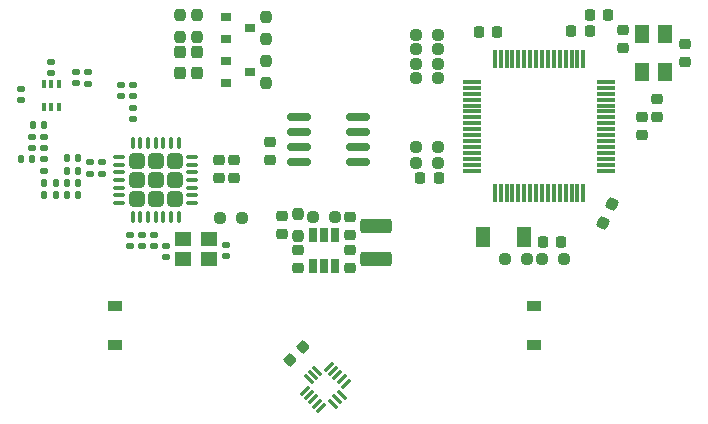
<source format=gtp>
G04 #@! TF.GenerationSoftware,KiCad,Pcbnew,(6.0.0)*
G04 #@! TF.CreationDate,2022-01-15T05:03:17-05:00*
G04 #@! TF.ProjectId,spin-tgd-control,7370696e-2d74-4676-942d-636f6e74726f,rev?*
G04 #@! TF.SameCoordinates,Original*
G04 #@! TF.FileFunction,Paste,Top*
G04 #@! TF.FilePolarity,Positive*
%FSLAX46Y46*%
G04 Gerber Fmt 4.6, Leading zero omitted, Abs format (unit mm)*
G04 Created by KiCad (PCBNEW (6.0.0)) date 2022-01-15 05:03:17*
%MOMM*%
%LPD*%
G01*
G04 APERTURE LIST*
G04 Aperture macros list*
%AMRoundRect*
0 Rectangle with rounded corners*
0 $1 Rounding radius*
0 $2 $3 $4 $5 $6 $7 $8 $9 X,Y pos of 4 corners*
0 Add a 4 corners polygon primitive as box body*
4,1,4,$2,$3,$4,$5,$6,$7,$8,$9,$2,$3,0*
0 Add four circle primitives for the rounded corners*
1,1,$1+$1,$2,$3*
1,1,$1+$1,$4,$5*
1,1,$1+$1,$6,$7*
1,1,$1+$1,$8,$9*
0 Add four rect primitives between the rounded corners*
20,1,$1+$1,$2,$3,$4,$5,0*
20,1,$1+$1,$4,$5,$6,$7,0*
20,1,$1+$1,$6,$7,$8,$9,0*
20,1,$1+$1,$8,$9,$2,$3,0*%
%AMRotRect*
0 Rectangle, with rotation*
0 The origin of the aperture is its center*
0 $1 length*
0 $2 width*
0 $3 Rotation angle, in degrees counterclockwise*
0 Add horizontal line*
21,1,$1,$2,0,0,$3*%
G04 Aperture macros list end*
%ADD10RoundRect,0.225000X-0.225000X-0.250000X0.225000X-0.250000X0.225000X0.250000X-0.225000X0.250000X0*%
%ADD11RoundRect,0.225000X0.250000X-0.225000X0.250000X0.225000X-0.250000X0.225000X-0.250000X-0.225000X0*%
%ADD12RoundRect,0.225000X-0.250000X0.225000X-0.250000X-0.225000X0.250000X-0.225000X0.250000X0.225000X0*%
%ADD13RoundRect,0.140000X0.170000X-0.140000X0.170000X0.140000X-0.170000X0.140000X-0.170000X-0.140000X0*%
%ADD14RoundRect,0.140000X-0.170000X0.140000X-0.170000X-0.140000X0.170000X-0.140000X0.170000X0.140000X0*%
%ADD15RoundRect,0.250000X1.075000X-0.375000X1.075000X0.375000X-1.075000X0.375000X-1.075000X-0.375000X0*%
%ADD16R,0.900000X0.800000*%
%ADD17RoundRect,0.237500X0.250000X0.237500X-0.250000X0.237500X-0.250000X-0.237500X0.250000X-0.237500X0*%
%ADD18RoundRect,0.237500X-0.237500X0.250000X-0.237500X-0.250000X0.237500X-0.250000X0.237500X0.250000X0*%
%ADD19R,0.650000X1.220000*%
%ADD20RotRect,1.000000X0.300000X45.000000*%
%ADD21RotRect,0.300000X1.000000X45.000000*%
%ADD22RoundRect,0.249999X0.395001X-0.395001X0.395001X0.395001X-0.395001X0.395001X-0.395001X-0.395001X0*%
%ADD23RoundRect,0.075000X0.075000X-0.425000X0.075000X0.425000X-0.075000X0.425000X-0.075000X-0.425000X0*%
%ADD24RoundRect,0.075000X0.425000X-0.075000X0.425000X0.075000X-0.425000X0.075000X-0.425000X-0.075000X0*%
%ADD25R,1.400000X1.200000*%
%ADD26RoundRect,0.237500X-0.098116X0.330574X-0.325112X-0.114929X0.098116X-0.330574X0.325112X0.114929X0*%
%ADD27R,1.300000X1.600000*%
%ADD28RoundRect,0.140000X0.140000X0.170000X-0.140000X0.170000X-0.140000X-0.170000X0.140000X-0.170000X0*%
%ADD29R,1.200000X0.900000*%
%ADD30RoundRect,0.150000X-0.825000X-0.150000X0.825000X-0.150000X0.825000X0.150000X-0.825000X0.150000X0*%
%ADD31RoundRect,0.147500X0.172500X-0.147500X0.172500X0.147500X-0.172500X0.147500X-0.172500X-0.147500X0*%
%ADD32RoundRect,0.135000X0.185000X-0.135000X0.185000X0.135000X-0.185000X0.135000X-0.185000X-0.135000X0*%
%ADD33RoundRect,0.225000X0.225000X0.250000X-0.225000X0.250000X-0.225000X-0.250000X0.225000X-0.250000X0*%
%ADD34R,1.300000X1.700000*%
%ADD35RoundRect,0.147500X-0.147500X-0.172500X0.147500X-0.172500X0.147500X0.172500X-0.147500X0.172500X0*%
%ADD36RoundRect,0.237500X-0.250000X-0.237500X0.250000X-0.237500X0.250000X0.237500X-0.250000X0.237500X0*%
%ADD37RoundRect,0.237500X0.237500X-0.287500X0.237500X0.287500X-0.237500X0.287500X-0.237500X-0.287500X0*%
%ADD38RoundRect,0.147500X0.147500X0.172500X-0.147500X0.172500X-0.147500X-0.172500X0.147500X-0.172500X0*%
%ADD39RoundRect,0.075000X0.700000X0.075000X-0.700000X0.075000X-0.700000X-0.075000X0.700000X-0.075000X0*%
%ADD40RoundRect,0.075000X0.075000X0.700000X-0.075000X0.700000X-0.075000X-0.700000X0.075000X-0.700000X0*%
%ADD41R,0.400000X0.650000*%
%ADD42RoundRect,0.225000X0.017678X-0.335876X0.335876X-0.017678X-0.017678X0.335876X-0.335876X0.017678X0*%
G04 APERTURE END LIST*
D10*
X18412500Y-22900000D03*
X19962500Y-22900000D03*
D11*
X-2300000Y-25135000D03*
X-2300000Y-23585000D03*
D12*
X2100000Y-23585000D03*
X2100000Y-25135000D03*
D11*
X-3662500Y-22222500D03*
X-3662500Y-20672500D03*
D12*
X2100000Y-20785000D03*
X2100000Y-22335000D03*
D13*
X-8400000Y-24080000D03*
X-8400000Y-23120000D03*
X-13500000Y-24180000D03*
X-13500000Y-23220000D03*
D14*
X-14489500Y-22320000D03*
X-14489500Y-23280000D03*
X-15500000Y-22320000D03*
X-15500000Y-23280000D03*
X-16500000Y-22320000D03*
X-16500000Y-23280000D03*
D13*
X-18900000Y-17130000D03*
X-18900000Y-16170000D03*
X-19900000Y-17120000D03*
X-19900000Y-16160000D03*
D15*
X4306500Y-24356000D03*
X4306500Y-21556000D03*
D16*
X-8400000Y-3850000D03*
X-8400000Y-5750000D03*
X-6400000Y-4800000D03*
X-8400000Y-7550000D03*
X-8400000Y-9450000D03*
X-6400000Y-8500000D03*
D17*
X20212500Y-24300000D03*
X18387500Y-24300000D03*
X17062500Y-24300000D03*
X15237500Y-24300000D03*
X9512500Y-7800000D03*
X7687500Y-7800000D03*
X9512500Y-5400000D03*
X7687500Y-5400000D03*
D18*
X-5000000Y-3887500D03*
X-5000000Y-5712500D03*
X-5000000Y-7587500D03*
X-5000000Y-9412500D03*
D17*
X812500Y-20760000D03*
X-1012500Y-20760000D03*
D18*
X-2300000Y-20547500D03*
X-2300000Y-22372500D03*
D17*
X-7087500Y-20900000D03*
X-8912500Y-20900000D03*
D19*
X850000Y-22350000D03*
X-100000Y-22350000D03*
X-1050000Y-22350000D03*
X-1050000Y-24970000D03*
X-100000Y-24970000D03*
X850000Y-24970000D03*
D20*
X-1732412Y-35518198D03*
X-1378858Y-35871751D03*
X-1025305Y-36225305D03*
X-671751Y-36578858D03*
X-318198Y-36932412D03*
D21*
X671751Y-36578858D03*
X1025305Y-36225305D03*
X1378858Y-35871751D03*
D20*
X1732412Y-34881802D03*
X1378858Y-34528249D03*
X1025305Y-34174695D03*
X671751Y-33821142D03*
X318198Y-33467588D03*
D21*
X-671751Y-33821142D03*
X-1025305Y-34174695D03*
X-1378858Y-34528249D03*
D22*
X-14350000Y-16050000D03*
X-15950000Y-19250000D03*
X-14350000Y-19250000D03*
X-15950000Y-17650000D03*
X-12750000Y-16050000D03*
X-12750000Y-19250000D03*
X-12750000Y-17650000D03*
X-14350000Y-17650000D03*
X-15950000Y-16050000D03*
D23*
X-16300000Y-20750000D03*
X-15650000Y-20750000D03*
X-15000000Y-20750000D03*
X-14350000Y-20750000D03*
X-13700000Y-20750000D03*
X-13050000Y-20750000D03*
X-12400000Y-20750000D03*
D24*
X-11250000Y-19600000D03*
X-11250000Y-18950000D03*
X-11250000Y-18300000D03*
X-11250000Y-17650000D03*
X-11250000Y-17000000D03*
X-11250000Y-16350000D03*
X-11250000Y-15700000D03*
D23*
X-12400000Y-14550000D03*
X-13050000Y-14550000D03*
X-13700000Y-14550000D03*
X-14350000Y-14550000D03*
X-15000000Y-14550000D03*
X-15650000Y-14550000D03*
X-16300000Y-14550000D03*
D24*
X-17450000Y-15700000D03*
X-17450000Y-16350000D03*
X-17450000Y-17000000D03*
X-17450000Y-17650000D03*
X-17450000Y-18300000D03*
X-17450000Y-18950000D03*
X-17450000Y-19600000D03*
D25*
X-9850000Y-22650000D03*
X-12050000Y-22650000D03*
X-12050000Y-24350000D03*
X-9850000Y-24350000D03*
D14*
X-17300000Y-9620000D03*
X-17300000Y-10580000D03*
D26*
X24314266Y-19686957D03*
X23485734Y-21313043D03*
D12*
X-9000000Y-15925000D03*
X-9000000Y-17475000D03*
D27*
X28800000Y-8550000D03*
X28800000Y-5250000D03*
X26800000Y-5250000D03*
X26800000Y-8550000D03*
D28*
X-22820000Y-18900000D03*
X-23780000Y-18900000D03*
D13*
X-16300000Y-10580000D03*
X-16300000Y-9620000D03*
D12*
X30500000Y-6125000D03*
X30500000Y-7675000D03*
D18*
X-10900000Y-3718750D03*
X-10900000Y-5543750D03*
D29*
X17700000Y-28350000D03*
X17700000Y-31650000D03*
D12*
X28100000Y-10775000D03*
X28100000Y-12325000D03*
D11*
X25200000Y-6475000D03*
X25200000Y-4925000D03*
D13*
X-25800000Y-10880000D03*
X-25800000Y-9920000D03*
D30*
X-2200000Y-12320000D03*
X-2200000Y-13590000D03*
X-2200000Y-14860000D03*
X-2200000Y-16130000D03*
X2750000Y-16130000D03*
X2750000Y-14860000D03*
X2750000Y-13590000D03*
X2750000Y-12320000D03*
D28*
X-22820000Y-17900000D03*
X-23780000Y-17900000D03*
D31*
X-23800000Y-16885000D03*
X-23800000Y-15915000D03*
D12*
X-4700000Y-14450000D03*
X-4700000Y-16000000D03*
D29*
X-17800000Y-28350000D03*
X-17800000Y-31650000D03*
D28*
X-23820000Y-13000000D03*
X-24780000Y-13000000D03*
D32*
X-20100000Y-9510000D03*
X-20100000Y-8490000D03*
D31*
X-23800000Y-14985000D03*
X-23800000Y-14015000D03*
D33*
X23925000Y-3700000D03*
X22375000Y-3700000D03*
D17*
X9512500Y-6600000D03*
X7687500Y-6600000D03*
D34*
X16850000Y-22500000D03*
X13350000Y-22500000D03*
D35*
X-21905000Y-17900000D03*
X-20935000Y-17900000D03*
D36*
X7687500Y-14850000D03*
X9512500Y-14850000D03*
D28*
X-24820000Y-15900000D03*
X-25780000Y-15900000D03*
D12*
X26800000Y-12325000D03*
X26800000Y-13875000D03*
D18*
X-12300000Y-3718750D03*
X-12300000Y-5543750D03*
D17*
X9537500Y-16175000D03*
X7712500Y-16175000D03*
D37*
X-10900000Y-8606250D03*
X-10900000Y-6856250D03*
X-12300000Y-8606250D03*
X-12300000Y-6856250D03*
D33*
X9600000Y-17500000D03*
X8050000Y-17500000D03*
D17*
X9512500Y-9000000D03*
X7687500Y-9000000D03*
D13*
X-24800000Y-14980000D03*
X-24800000Y-14020000D03*
X-23200000Y-8580000D03*
X-23200000Y-7620000D03*
D38*
X-20915000Y-18950000D03*
X-21885000Y-18950000D03*
D28*
X-20920000Y-16850000D03*
X-21880000Y-16850000D03*
D10*
X20825000Y-5000000D03*
X22375000Y-5000000D03*
D28*
X-20920000Y-15800000D03*
X-21880000Y-15800000D03*
D39*
X23775000Y-16850000D03*
X23775000Y-16350000D03*
X23775000Y-15850000D03*
X23775000Y-15350000D03*
X23775000Y-14850000D03*
X23775000Y-14350000D03*
X23775000Y-13850000D03*
X23775000Y-13350000D03*
X23775000Y-12850000D03*
X23775000Y-12350000D03*
X23775000Y-11850000D03*
X23775000Y-11350000D03*
X23775000Y-10850000D03*
X23775000Y-10350000D03*
X23775000Y-9850000D03*
X23775000Y-9350000D03*
D40*
X21850000Y-7425000D03*
X21350000Y-7425000D03*
X20850000Y-7425000D03*
X20350000Y-7425000D03*
X19850000Y-7425000D03*
X19350000Y-7425000D03*
X18850000Y-7425000D03*
X18350000Y-7425000D03*
X17850000Y-7425000D03*
X17350000Y-7425000D03*
X16850000Y-7425000D03*
X16350000Y-7425000D03*
X15850000Y-7425000D03*
X15350000Y-7425000D03*
X14850000Y-7425000D03*
X14350000Y-7425000D03*
D39*
X12425000Y-9350000D03*
X12425000Y-9850000D03*
X12425000Y-10350000D03*
X12425000Y-10850000D03*
X12425000Y-11350000D03*
X12425000Y-11850000D03*
X12425000Y-12350000D03*
X12425000Y-12850000D03*
X12425000Y-13350000D03*
X12425000Y-13850000D03*
X12425000Y-14350000D03*
X12425000Y-14850000D03*
X12425000Y-15350000D03*
X12425000Y-15850000D03*
X12425000Y-16350000D03*
X12425000Y-16850000D03*
D40*
X14350000Y-18775000D03*
X14850000Y-18775000D03*
X15350000Y-18775000D03*
X15850000Y-18775000D03*
X16350000Y-18775000D03*
X16850000Y-18775000D03*
X17350000Y-18775000D03*
X17850000Y-18775000D03*
X18350000Y-18775000D03*
X18850000Y-18775000D03*
X19350000Y-18775000D03*
X19850000Y-18775000D03*
X20350000Y-18775000D03*
X20850000Y-18775000D03*
X21350000Y-18775000D03*
X21850000Y-18775000D03*
D33*
X14575000Y-5100000D03*
X13025000Y-5100000D03*
D41*
X-23850000Y-11450000D03*
X-23200000Y-11450000D03*
X-22550000Y-11450000D03*
X-22550000Y-9550000D03*
X-23200000Y-9550000D03*
X-23850000Y-9550000D03*
D42*
X-2973008Y-32898008D03*
X-1876992Y-31801992D03*
D14*
X-21100000Y-8520000D03*
X-21100000Y-9480000D03*
D12*
X-7700000Y-15925000D03*
X-7700000Y-17475000D03*
D31*
X-16300000Y-12485000D03*
X-16300000Y-11515000D03*
M02*

</source>
